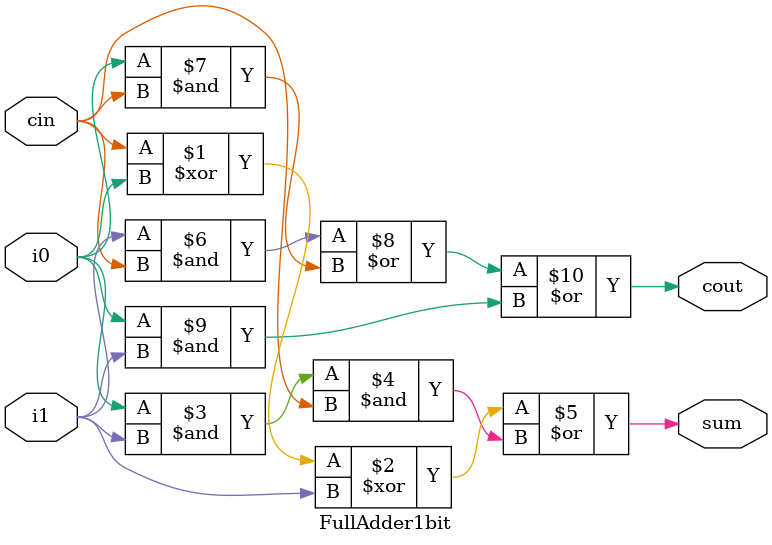
<source format=v>

module FullAdder1bit
    (
        input wire i0, i1, cin, 
        output wire sum, cout
    );

    // logic for sum and carry
    assign sum = (cin ^ i0 ^ i1) | (i0 & i1 & cin);
    //assign s = 0;
    assign cout = (i1 & cin) | (i0 & cin) | (i0 & i1); 
    //assign cout = 1;
  
endmodule

</source>
